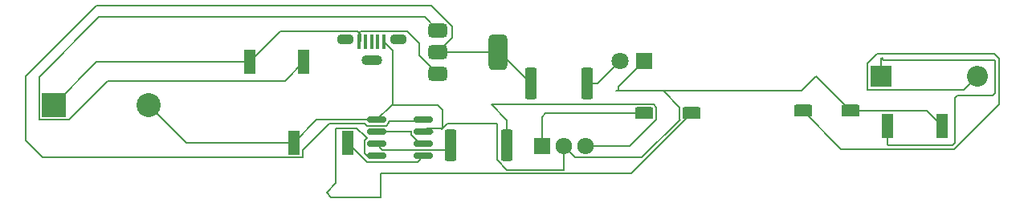
<source format=gbr>
%TF.GenerationSoftware,KiCad,Pcbnew,9.0.0*%
%TF.CreationDate,2025-04-02T18:46:55+01:00*%
%TF.ProjectId,Wireless_power_Transfer,57697265-6c65-4737-935f-706f7765725f,rev?*%
%TF.SameCoordinates,Original*%
%TF.FileFunction,Copper,L1,Top*%
%TF.FilePolarity,Positive*%
%FSLAX46Y46*%
G04 Gerber Fmt 4.6, Leading zero omitted, Abs format (unit mm)*
G04 Created by KiCad (PCBNEW 9.0.0) date 2025-04-02 18:46:55*
%MOMM*%
%LPD*%
G01*
G04 APERTURE LIST*
G04 Aperture macros list*
%AMRoundRect*
0 Rectangle with rounded corners*
0 $1 Rounding radius*
0 $2 $3 $4 $5 $6 $7 $8 $9 X,Y pos of 4 corners*
0 Add a 4 corners polygon primitive as box body*
4,1,4,$2,$3,$4,$5,$6,$7,$8,$9,$2,$3,0*
0 Add four circle primitives for the rounded corners*
1,1,$1+$1,$2,$3*
1,1,$1+$1,$4,$5*
1,1,$1+$1,$6,$7*
1,1,$1+$1,$8,$9*
0 Add four rect primitives between the rounded corners*
20,1,$1+$1,$2,$3,$4,$5,0*
20,1,$1+$1,$4,$5,$6,$7,0*
20,1,$1+$1,$6,$7,$8,$9,0*
20,1,$1+$1,$8,$9,$2,$3,0*%
G04 Aperture macros list end*
%TA.AperFunction,SMDPad,CuDef*%
%ADD10RoundRect,0.190500X-0.762000X-0.444500X0.762000X-0.444500X0.762000X0.444500X-0.762000X0.444500X0*%
%TD*%
%TA.AperFunction,ComponentPad*%
%ADD11R,1.710000X1.800000*%
%TD*%
%TA.AperFunction,ComponentPad*%
%ADD12O,1.710000X1.800000*%
%TD*%
%TA.AperFunction,SMDPad,CuDef*%
%ADD13RoundRect,0.375000X-0.625000X-0.375000X0.625000X-0.375000X0.625000X0.375000X-0.625000X0.375000X0*%
%TD*%
%TA.AperFunction,SMDPad,CuDef*%
%ADD14RoundRect,0.500000X-0.500000X-1.400000X0.500000X-1.400000X0.500000X1.400000X-0.500000X1.400000X0*%
%TD*%
%TA.AperFunction,SMDPad,CuDef*%
%ADD15RoundRect,0.250000X-0.362500X-1.425000X0.362500X-1.425000X0.362500X1.425000X-0.362500X1.425000X0*%
%TD*%
%TA.AperFunction,SMDPad,CuDef*%
%ADD16R,1.300000X2.500000*%
%TD*%
%TA.AperFunction,ComponentPad*%
%ADD17R,2.200000X2.200000*%
%TD*%
%TA.AperFunction,ComponentPad*%
%ADD18O,2.200000X2.200000*%
%TD*%
%TA.AperFunction,SMDPad,CuDef*%
%ADD19RoundRect,0.150000X-0.825000X-0.150000X0.825000X-0.150000X0.825000X0.150000X-0.825000X0.150000X0*%
%TD*%
%TA.AperFunction,SMDPad,CuDef*%
%ADD20RoundRect,0.250000X0.362500X1.425000X-0.362500X1.425000X-0.362500X-1.425000X0.362500X-1.425000X0*%
%TD*%
%TA.AperFunction,SMDPad,CuDef*%
%ADD21R,0.450000X1.500000*%
%TD*%
%TA.AperFunction,HeatsinkPad*%
%ADD22O,1.800000X1.100000*%
%TD*%
%TA.AperFunction,HeatsinkPad*%
%ADD23O,2.200000X1.100000*%
%TD*%
%TA.AperFunction,ComponentPad*%
%ADD24R,1.800000X1.800000*%
%TD*%
%TA.AperFunction,ComponentPad*%
%ADD25C,1.800000*%
%TD*%
%TA.AperFunction,ComponentPad*%
%ADD26R,2.540000X2.540000*%
%TD*%
%TA.AperFunction,ComponentPad*%
%ADD27C,2.540000*%
%TD*%
%TA.AperFunction,Conductor*%
%ADD28C,0.200000*%
%TD*%
G04 APERTURE END LIST*
D10*
%TO.P,L2,1,1*%
%TO.N,Net-(D2-A)*%
X187750000Y-114149219D03*
%TO.P,L2,2,2*%
%TO.N,GND*%
X192750000Y-114149219D03*
%TD*%
D11*
%TO.P,Q1,1,E*%
%TO.N,Net-(Q1-E)*%
X160225000Y-117875000D03*
D12*
%TO.P,Q1,2,C*%
%TO.N,GND*%
X162505000Y-117875000D03*
%TO.P,Q1,3,B*%
%TO.N,Net-(Q1-B)*%
X164785000Y-117875000D03*
%TD*%
D13*
%TO.P,U2,1,GND*%
%TO.N,Net-(U2-GND)*%
X149250000Y-105650000D03*
%TO.P,U2,2,VO*%
%TO.N,Net-(U1-VCC)*%
X149250000Y-107950000D03*
D14*
X155550000Y-107950000D03*
D13*
%TO.P,U2,3,VI*%
%TO.N,Net-(BT1-+)*%
X149250000Y-110250000D03*
%TD*%
D15*
%TO.P,R2,1*%
%TO.N,Net-(U1-VCC)*%
X159037500Y-111250000D03*
%TO.P,R2,2*%
%TO.N,Net-(D1-A)*%
X164962500Y-111250000D03*
%TD*%
D16*
%TO.P,C3,1*%
%TO.N,Net-(BT1-+)*%
X129400000Y-109000000D03*
%TO.P,C3,2*%
%TO.N,Net-(U2-GND)*%
X135100000Y-109000000D03*
%TD*%
D17*
%TO.P,D2,1,K*%
%TO.N,Net-(D2-K)*%
X195920000Y-110500000D03*
D18*
%TO.P,D2,2,A*%
%TO.N,Net-(D2-A)*%
X206080000Y-110500000D03*
%TD*%
D19*
%TO.P,U1,1,GND*%
%TO.N,GND*%
X142775000Y-115095000D03*
%TO.P,U1,2,TR*%
%TO.N,Net-(U1-THR)*%
X142775000Y-116365000D03*
%TO.P,U1,3,Q*%
%TO.N,Net-(U1-Q)*%
X142775000Y-117635000D03*
%TO.P,U1,4,R*%
%TO.N,+5V*%
X142775000Y-118905000D03*
%TO.P,U1,5,CV*%
%TO.N,Net-(U1-CV)*%
X147725000Y-118905000D03*
%TO.P,U1,6,THR*%
%TO.N,Net-(U1-THR)*%
X147725000Y-117635000D03*
%TO.P,U1,7,DIS*%
%TO.N,GND*%
X147725000Y-116365000D03*
%TO.P,U1,8,VCC*%
%TO.N,Net-(U1-VCC)*%
X147725000Y-115095000D03*
%TD*%
D20*
%TO.P,R1,1*%
%TO.N,Net-(Q1-B)*%
X156500000Y-117750000D03*
%TO.P,R1,2*%
%TO.N,Net-(U1-Q)*%
X150575000Y-117750000D03*
%TD*%
D10*
%TO.P,L1,1,1*%
%TO.N,Net-(Q1-E)*%
X171000000Y-114399219D03*
%TO.P,L1,2,2*%
%TO.N,+5V*%
X176000000Y-114399219D03*
%TD*%
D21*
%TO.P,J3,1,VBUS*%
%TO.N,Net-(BT1-+)*%
X140950000Y-106850000D03*
%TO.P,J3,2,D-*%
%TO.N,unconnected-(J3-D--Pad2)*%
X141600000Y-106850000D03*
%TO.P,J3,3,D+*%
%TO.N,unconnected-(J3-D+-Pad3)*%
X142250000Y-106850000D03*
%TO.P,J3,4,ID*%
%TO.N,unconnected-(J3-ID-Pad4)*%
X142900000Y-106850000D03*
%TO.P,J3,5,GND*%
%TO.N,GND*%
X143550000Y-106850000D03*
D22*
%TO.P,J3,6,Shield*%
%TO.N,unconnected-(J3-Shield-Pad6)_1*%
X139450000Y-106600000D03*
D23*
%TO.N,unconnected-(J3-Shield-Pad6)*%
X142250000Y-108750000D03*
D22*
%TO.N,unconnected-(J3-Shield-Pad6)_2*%
X145050000Y-106600000D03*
%TD*%
D24*
%TO.P,D1,1,K*%
%TO.N,GND*%
X171020000Y-108835000D03*
D25*
%TO.P,D1,2,A*%
%TO.N,Net-(D1-A)*%
X168480000Y-108835000D03*
%TD*%
D16*
%TO.P,C5,1*%
%TO.N,Net-(D2-K)*%
X196650000Y-115750000D03*
%TO.P,C5,2*%
%TO.N,GND*%
X202350000Y-115750000D03*
%TD*%
D26*
%TO.P,BT1,1,+*%
%TO.N,Net-(BT1-+)*%
X108767800Y-113500000D03*
D27*
%TO.P,BT1,2,-*%
%TO.N,GND*%
X118750000Y-113500000D03*
%TD*%
D16*
%TO.P,C4,1*%
%TO.N,GND*%
X134050000Y-117500000D03*
%TO.P,C4,2*%
%TO.N,Net-(U1-CV)*%
X139750000Y-117500000D03*
%TD*%
D28*
%TO.N,Net-(BT1-+)*%
X145999000Y-105749000D02*
X147250000Y-107000000D01*
X140750000Y-105750000D02*
X141074000Y-106074000D01*
X141074000Y-106074000D02*
X141074000Y-106726000D01*
X132650000Y-105750000D02*
X140750000Y-105750000D01*
X141101000Y-105749000D02*
X145999000Y-105749000D01*
X141074000Y-106726000D02*
X140950000Y-106850000D01*
X140950000Y-106850000D02*
X140950000Y-105900000D01*
X147250000Y-107000000D02*
X147250000Y-108250000D01*
X147250000Y-108250000D02*
X149250000Y-110250000D01*
X129400000Y-109000000D02*
X132650000Y-105750000D01*
X140950000Y-105900000D02*
X141101000Y-105749000D01*
X108767800Y-113500000D02*
X113267800Y-109000000D01*
X113267800Y-109000000D02*
X129400000Y-109000000D01*
%TO.N,GND*%
X148699999Y-116365000D02*
X147725000Y-116365000D01*
X174746500Y-115052585D02*
X174763017Y-115069102D01*
X150250000Y-115500000D02*
X149750000Y-116000000D01*
X168250000Y-111605000D02*
X171020000Y-108835000D01*
X149750000Y-114000000D02*
X149250000Y-113500000D01*
X189100781Y-110500000D02*
X187600781Y-112000000D01*
X163706000Y-119076000D02*
X162505000Y-117875000D01*
X144500000Y-107800000D02*
X143550000Y-106850000D01*
X187600781Y-112000000D02*
X168000000Y-112000000D01*
X136455000Y-115095000D02*
X134050000Y-117500000D01*
X168250000Y-112000000D02*
X173000000Y-112000000D01*
X149750000Y-116000000D02*
X149750000Y-114000000D01*
X155500000Y-115500000D02*
X150250000Y-115500000D01*
X200749219Y-114149219D02*
X192750000Y-114149219D01*
X168000000Y-112000000D02*
X168250000Y-112000000D01*
X144500000Y-113500000D02*
X144500000Y-107800000D01*
X202350000Y-115750000D02*
X200749219Y-114149219D01*
X144370000Y-113500000D02*
X142775000Y-115095000D01*
X170756119Y-119076000D02*
X163706000Y-119076000D01*
X149250000Y-113500000D02*
X144500000Y-113500000D01*
X144500000Y-113500000D02*
X144370000Y-113500000D01*
X162505000Y-117875000D02*
X162505000Y-120349000D01*
X148090000Y-116000000D02*
X149750000Y-116000000D01*
X155500000Y-119323660D02*
X155500000Y-115500000D01*
X192750000Y-114149219D02*
X189100781Y-110500000D01*
X162505000Y-120349000D02*
X156525340Y-120349000D01*
X174763017Y-115069102D02*
X170756119Y-119076000D01*
X156525340Y-120349000D02*
X155500000Y-119323660D01*
X122750000Y-117500000D02*
X118750000Y-113500000D01*
X168250000Y-112000000D02*
X168250000Y-111605000D01*
X149661500Y-116088500D02*
X149750000Y-116000000D01*
X142775000Y-115095000D02*
X136455000Y-115095000D01*
X134050000Y-117500000D02*
X122750000Y-117500000D01*
X147725000Y-116365000D02*
X148090000Y-116000000D01*
X174746500Y-113746499D02*
X174746500Y-115052585D01*
X173000000Y-112000000D02*
X174746500Y-113746499D01*
%TO.N,Net-(U2-GND)*%
X107196800Y-110553200D02*
X113500000Y-104250000D01*
X135100000Y-109000000D02*
X133100000Y-111000000D01*
X113500000Y-104250000D02*
X147850000Y-104250000D01*
X147850000Y-104250000D02*
X149250000Y-105650000D01*
X107196800Y-115071000D02*
X107196800Y-110553200D01*
X110338800Y-115071000D02*
X107196800Y-115071000D01*
X114409800Y-111000000D02*
X110338800Y-115071000D01*
X133100000Y-111000000D02*
X114409800Y-111000000D01*
%TO.N,Net-(U1-CV)*%
X141756000Y-119506000D02*
X139750000Y-117500000D01*
X147725000Y-118905000D02*
X147124000Y-119506000D01*
X147124000Y-119506000D02*
X141756000Y-119506000D01*
%TO.N,Net-(D2-K)*%
X196650000Y-115750000D02*
X196650000Y-117650000D01*
X196000000Y-108500000D02*
X195920000Y-108580000D01*
X196750000Y-117750000D02*
X203500000Y-117750000D01*
X208000000Y-112250000D02*
X208000000Y-108750000D01*
X208000000Y-108750000D02*
X196250000Y-108750000D01*
X207750000Y-112500000D02*
X208000000Y-112250000D01*
X196250000Y-108750000D02*
X196000000Y-108500000D01*
X203750000Y-112750000D02*
X204000000Y-112500000D01*
X203750000Y-117500000D02*
X203750000Y-112750000D01*
X204000000Y-112500000D02*
X207750000Y-112500000D01*
X195920000Y-108580000D02*
X195920000Y-110500000D01*
X196650000Y-117650000D02*
X196750000Y-117750000D01*
X203500000Y-117750000D02*
X203750000Y-117500000D01*
%TO.N,Net-(D1-A)*%
X164962500Y-111250000D02*
X166065000Y-111250000D01*
X166065000Y-111250000D02*
X168480000Y-108835000D01*
X165212500Y-111000000D02*
X164962500Y-111250000D01*
%TO.N,Net-(D2-A)*%
X194519000Y-111901000D02*
X204679000Y-111901000D01*
X208401000Y-113416100D02*
X208401000Y-108583900D01*
X204679000Y-111901000D02*
X206080000Y-110500000D01*
X208401000Y-108583900D02*
X207916100Y-108099000D01*
X187750000Y-114149219D02*
X191751781Y-118151000D01*
X194519000Y-109099000D02*
X194519000Y-111901000D01*
X203666100Y-118151000D02*
X208401000Y-113416100D01*
X207916100Y-108099000D02*
X195519000Y-108099000D01*
X191751781Y-118151000D02*
X203666100Y-118151000D01*
X195519000Y-108099000D02*
X194519000Y-109099000D01*
%TO.N,Net-(Q1-E)*%
X160225000Y-114775000D02*
X160600781Y-114399219D01*
X160225000Y-117875000D02*
X160225000Y-114775000D01*
X160600781Y-114399219D02*
X171000000Y-114399219D01*
%TO.N,+5V*%
X143250000Y-120750000D02*
X143250000Y-123250000D01*
X141784000Y-117034000D02*
X141759032Y-117034000D01*
X143250000Y-120750000D02*
X169649219Y-120750000D01*
X141499000Y-118603999D02*
X141800001Y-118905000D01*
X138500000Y-121750000D02*
X138500000Y-116000000D01*
X140674032Y-115949000D02*
X141499000Y-116773968D01*
X138000000Y-123250000D02*
X137500000Y-122750000D01*
X169649219Y-120750000D02*
X176000000Y-114399219D01*
X141499000Y-117294032D02*
X141499000Y-118603999D01*
X141499000Y-116773968D02*
X141759032Y-117034000D01*
X143250000Y-123250000D02*
X138000000Y-123250000D01*
X141800001Y-118905000D02*
X142775000Y-118905000D01*
X137500000Y-122750000D02*
X138500000Y-121750000D01*
X141759032Y-117034000D02*
X141499000Y-117294032D01*
X138551000Y-115949000D02*
X140674032Y-115949000D01*
X138500000Y-116000000D02*
X138551000Y-115949000D01*
%TO.N,Net-(Q1-B)*%
X172253500Y-115052585D02*
X172253500Y-113745853D01*
X171970866Y-113463219D02*
X154861781Y-113463219D01*
X164785000Y-117875000D02*
X169431085Y-117875000D01*
X172253500Y-113745853D02*
X171970866Y-113463219D01*
X156500000Y-115101438D02*
X156500000Y-117750000D01*
X154861781Y-113463219D02*
X156500000Y-115101438D01*
X169431085Y-117875000D02*
X172253500Y-115052585D01*
%TO.N,Net-(U1-Q)*%
X142775000Y-117635000D02*
X142885000Y-117635000D01*
X150089000Y-118236000D02*
X150575000Y-117750000D01*
X142885000Y-117635000D02*
X143000000Y-117750000D01*
X142775000Y-117635000D02*
X143376000Y-118236000D01*
X143376000Y-118236000D02*
X150089000Y-118236000D01*
%TO.N,Net-(U1-VCC)*%
X159037500Y-111250000D02*
X155737500Y-107950000D01*
X144051000Y-115250000D02*
X144051000Y-115435968D01*
X137754000Y-115496000D02*
X135001000Y-118249000D01*
X147725000Y-115095000D02*
X147570000Y-115250000D01*
X135001000Y-119051000D02*
X107551000Y-119051000D01*
X105750000Y-110500000D02*
X113250000Y-103000000D01*
X141759032Y-115696000D02*
X141559032Y-115496000D01*
X150750000Y-106450000D02*
X149250000Y-107950000D01*
X147570000Y-115250000D02*
X144051000Y-115250000D01*
X144051000Y-115435968D02*
X143790968Y-115696000D01*
X155550000Y-107950000D02*
X149250000Y-107950000D01*
X135001000Y-118249000D02*
X135001000Y-119051000D01*
X105750000Y-117250000D02*
X105750000Y-110500000D01*
X113250000Y-103000000D02*
X148556008Y-103000000D01*
X141559032Y-115496000D02*
X137754000Y-115496000D01*
X155737500Y-107950000D02*
X155550000Y-107950000D01*
X107551000Y-119051000D02*
X105750000Y-117250000D01*
X148556008Y-103000000D02*
X150750000Y-105193992D01*
X150750000Y-105193992D02*
X150750000Y-106450000D01*
X143790968Y-115696000D02*
X141759032Y-115696000D01*
%TO.N,Net-(U1-THR)*%
X146449000Y-116705968D02*
X147378032Y-117635000D01*
X146449000Y-116250000D02*
X146449000Y-116705968D01*
X146334000Y-116365000D02*
X146449000Y-116250000D01*
X147378032Y-117635000D02*
X147725000Y-117635000D01*
X142775000Y-116365000D02*
X146334000Y-116365000D01*
%TD*%
M02*

</source>
